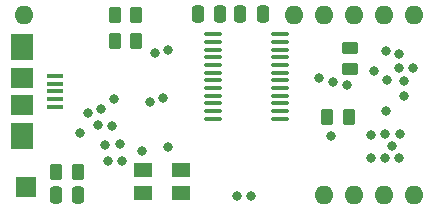
<source format=gbr>
%TF.GenerationSoftware,KiCad,Pcbnew,7.0.5-7.0.5~ubuntu20.04.1*%
%TF.CreationDate,2023-07-18T12:45:14+02:00*%
%TF.ProjectId,EpromEMU_TOP_new_STM32F3,4570726f-6d45-44d5-955f-544f505f6e65,rev?*%
%TF.SameCoordinates,Original*%
%TF.FileFunction,Soldermask,Top*%
%TF.FilePolarity,Negative*%
%FSLAX46Y46*%
G04 Gerber Fmt 4.6, Leading zero omitted, Abs format (unit mm)*
G04 Created by KiCad (PCBNEW 7.0.5-7.0.5~ubuntu20.04.1) date 2023-07-18 12:45:14*
%MOMM*%
%LPD*%
G01*
G04 APERTURE LIST*
G04 Aperture macros list*
%AMRoundRect*
0 Rectangle with rounded corners*
0 $1 Rounding radius*
0 $2 $3 $4 $5 $6 $7 $8 $9 X,Y pos of 4 corners*
0 Add a 4 corners polygon primitive as box body*
4,1,4,$2,$3,$4,$5,$6,$7,$8,$9,$2,$3,0*
0 Add four circle primitives for the rounded corners*
1,1,$1+$1,$2,$3*
1,1,$1+$1,$4,$5*
1,1,$1+$1,$6,$7*
1,1,$1+$1,$8,$9*
0 Add four rect primitives between the rounded corners*
20,1,$1+$1,$2,$3,$4,$5,0*
20,1,$1+$1,$4,$5,$6,$7,0*
20,1,$1+$1,$6,$7,$8,$9,0*
20,1,$1+$1,$8,$9,$2,$3,0*%
G04 Aperture macros list end*
%ADD10R,1.400000X0.400000*%
%ADD11R,1.900000X2.300000*%
%ADD12R,1.900000X1.800000*%
%ADD13C,0.800000*%
%ADD14O,1.600000X1.600000*%
%ADD15RoundRect,0.250000X-0.250000X-0.475000X0.250000X-0.475000X0.250000X0.475000X-0.250000X0.475000X0*%
%ADD16RoundRect,0.100000X-0.637500X-0.100000X0.637500X-0.100000X0.637500X0.100000X-0.637500X0.100000X0*%
%ADD17R,1.700000X1.700000*%
%ADD18R,1.600000X1.300000*%
%ADD19RoundRect,0.250000X0.262500X0.450000X-0.262500X0.450000X-0.262500X-0.450000X0.262500X-0.450000X0*%
%ADD20RoundRect,0.250000X-0.262500X-0.450000X0.262500X-0.450000X0.262500X0.450000X-0.262500X0.450000X0*%
%ADD21RoundRect,0.250000X0.450000X-0.262500X0.450000X0.262500X-0.450000X0.262500X-0.450000X-0.262500X0*%
G04 APERTURE END LIST*
D10*
%TO.C,J4*%
X104318400Y-88793800D03*
X104318400Y-89443800D03*
X104318400Y-90093800D03*
X104318400Y-90743800D03*
X104318400Y-91393800D03*
D11*
X101468400Y-93843800D03*
D12*
X101468400Y-91243800D03*
D11*
X101468400Y-86343800D03*
D12*
X101468400Y-88943800D03*
%TD*%
D13*
%TO.C,J40*%
X111658400Y-95123000D03*
%TD*%
%TO.C,J39*%
X127685800Y-93853000D03*
%TD*%
%TO.C,J38*%
X127863600Y-89281000D03*
%TD*%
%TO.C,J36*%
X126669800Y-88925400D03*
%TD*%
%TO.C,J37*%
X128981200Y-89560400D03*
%TD*%
%TO.C,J34*%
X113893600Y-86563200D03*
%TD*%
%TO.C,J29*%
X106375200Y-93649800D03*
%TD*%
%TO.C,J28*%
X107111800Y-91948000D03*
%TD*%
D14*
%TO.C,U7*%
X101650800Y-83591400D03*
X124510800Y-83591400D03*
X127050800Y-83591400D03*
X129590800Y-83591400D03*
X132130800Y-83591400D03*
X134670800Y-83591400D03*
X134670800Y-98831400D03*
X132130800Y-98831400D03*
X129590800Y-98831400D03*
X127050800Y-98831400D03*
%TD*%
D15*
%TO.C,C5*%
X116372600Y-83515200D03*
X118272600Y-83515200D03*
%TD*%
%TO.C,C2*%
X119969200Y-83515200D03*
X121869200Y-83515200D03*
%TD*%
D13*
%TO.C,J31*%
X113868200Y-94843600D03*
%TD*%
%TO.C,J2*%
X120853200Y-98933000D03*
%TD*%
%TO.C,J32*%
X113436400Y-90652600D03*
%TD*%
%TO.C,J26*%
X109267600Y-90779600D03*
%TD*%
%TO.C,J13*%
X133451600Y-88112600D03*
%TD*%
%TO.C,J9*%
X132232400Y-93726000D03*
%TD*%
%TO.C,J14*%
X132283200Y-86715600D03*
%TD*%
%TO.C,J15*%
X133451600Y-86944200D03*
%TD*%
%TO.C,J12*%
X131267200Y-88392000D03*
%TD*%
%TO.C,J24*%
X109143800Y-92989400D03*
%TD*%
%TO.C,J17*%
X132384800Y-89103200D03*
%TD*%
%TO.C,J8*%
X131038600Y-93751400D03*
%TD*%
%TO.C,J25*%
X107899200Y-92964000D03*
%TD*%
%TO.C,J22*%
X109778800Y-94513400D03*
%TD*%
%TO.C,J30*%
X112776000Y-86868000D03*
%TD*%
%TO.C,J11*%
X132308600Y-91795600D03*
%TD*%
%TO.C,J23*%
X108508800Y-94640400D03*
%TD*%
%TO.C,J20*%
X109982000Y-96023800D03*
%TD*%
%TO.C,J10*%
X133477000Y-93700600D03*
%TD*%
%TO.C,J1*%
X133426200Y-95758000D03*
%TD*%
%TO.C,J21*%
X108762800Y-96012000D03*
%TD*%
%TO.C,J7*%
X132867400Y-94716600D03*
%TD*%
%TO.C,J16*%
X134645400Y-88087200D03*
%TD*%
%TO.C,J19*%
X133883400Y-90449400D03*
%TD*%
%TO.C,J27*%
X108199200Y-91567000D03*
%TD*%
%TO.C,J5*%
X131089400Y-95732600D03*
%TD*%
%TO.C,J33*%
X112318800Y-91033600D03*
%TD*%
%TO.C,J18*%
X133883400Y-89230200D03*
%TD*%
%TO.C,J6*%
X132257800Y-95732600D03*
%TD*%
D16*
%TO.C,U2*%
X117660500Y-85248800D03*
X117660500Y-85898800D03*
X117660500Y-86548800D03*
X117660500Y-87198800D03*
X117660500Y-87848800D03*
X117660500Y-88498800D03*
X117660500Y-89148800D03*
X117660500Y-89798800D03*
X117660500Y-90448800D03*
X117660500Y-91098800D03*
X117660500Y-91748800D03*
X117660500Y-92398800D03*
X123385500Y-92398800D03*
X123385500Y-91748800D03*
X123385500Y-91098800D03*
X123385500Y-90448800D03*
X123385500Y-89798800D03*
X123385500Y-89148800D03*
X123385500Y-88498800D03*
X123385500Y-87848800D03*
X123385500Y-87198800D03*
X123385500Y-86548800D03*
X123385500Y-85898800D03*
X123385500Y-85248800D03*
%TD*%
D17*
%TO.C,J35*%
X101803200Y-98221800D03*
%TD*%
D18*
%TO.C,Y1*%
X115010200Y-98739200D03*
X111710200Y-98739200D03*
X111710200Y-96739200D03*
X115010200Y-96739200D03*
%TD*%
D19*
%TO.C,R5*%
X106219000Y-96901000D03*
X104394000Y-96901000D03*
%TD*%
D20*
%TO.C,R4*%
X109348900Y-83616800D03*
X111173900Y-83616800D03*
%TD*%
%TO.C,R3*%
X109374300Y-85826600D03*
X111199300Y-85826600D03*
%TD*%
D21*
%TO.C,R2*%
X129286000Y-86389200D03*
X129286000Y-88214200D03*
%TD*%
D19*
%TO.C,R1*%
X129159000Y-92278200D03*
X127334000Y-92278200D03*
%TD*%
D13*
%TO.C,J3*%
X119684800Y-98958400D03*
%TD*%
D15*
%TO.C,C4*%
X104348200Y-98882200D03*
X106248200Y-98882200D03*
%TD*%
M02*

</source>
